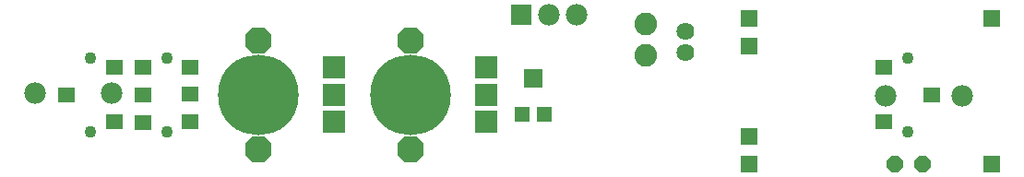
<source format=gbs>
G75*
%MOIN*%
%OFA0B0*%
%FSLAX25Y25*%
%IPPOS*%
%LPD*%
%AMOC8*
5,1,8,0,0,1.08239X$1,22.5*
%
%ADD10C,0.08200*%
%ADD11C,0.07800*%
%ADD12R,0.07800X0.07800*%
%ADD13OC8,0.06000*%
%ADD14C,0.06400*%
%ADD15R,0.06312X0.05524*%
%ADD16C,0.04343*%
%ADD17R,0.06706X0.07099*%
%ADD18R,0.05524X0.05524*%
%ADD19R,0.06343X0.06343*%
%ADD20R,0.08200X0.08200*%
%ADD21OC8,0.09658*%
%ADD22C,0.29146*%
D10*
X0248008Y0055600D03*
X0248008Y0067000D03*
D11*
X0223008Y0070300D03*
X0213008Y0070300D03*
X0334917Y0040828D03*
X0362476Y0040828D03*
X0055114Y0041772D03*
X0027555Y0041772D03*
D12*
X0203008Y0070300D03*
D13*
X0338008Y0016300D03*
X0348008Y0016300D03*
D14*
X0262508Y0056363D03*
X0262508Y0064237D03*
D15*
X0334146Y0051143D03*
X0351469Y0041300D03*
X0334146Y0031457D03*
X0083669Y0031457D03*
X0066346Y0031300D03*
X0056039Y0031457D03*
X0066346Y0041300D03*
X0083669Y0041457D03*
X0083669Y0051143D03*
X0066346Y0051300D03*
X0056039Y0051143D03*
X0038717Y0041300D03*
D16*
X0047378Y0054686D03*
X0075008Y0054686D03*
X0075008Y0027914D03*
X0047378Y0027914D03*
X0342808Y0027914D03*
X0342808Y0054686D03*
D17*
X0207508Y0047206D03*
D18*
X0211445Y0034115D03*
X0203571Y0034115D03*
D19*
X0285508Y0026300D03*
X0285508Y0016300D03*
X0373008Y0016300D03*
X0285508Y0058800D03*
X0285508Y0068800D03*
X0373008Y0068800D03*
D20*
X0190567Y0051143D03*
X0190567Y0041300D03*
X0190567Y0031457D03*
X0135567Y0031457D03*
X0135567Y0041300D03*
X0135567Y0051143D03*
D21*
X0108008Y0021615D03*
X0163008Y0021615D03*
X0163008Y0060985D03*
X0108008Y0060985D03*
D22*
X0108008Y0041300D03*
X0163008Y0041300D03*
M02*

</source>
